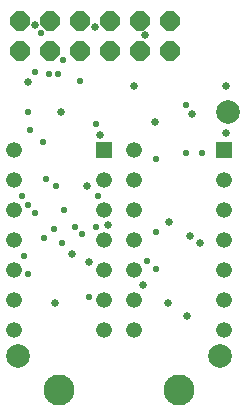
<source format=gbr>
G04 EAGLE Gerber RS-274X export*
G75*
%MOMM*%
%FSLAX34Y34*%
%LPD*%
%INSoldermask Bottom*%
%IPPOS*%
%AMOC8*
5,1,8,0,0,1.08239X$1,22.5*%
G01*
%ADD10C,2.627000*%
%ADD11R,1.327000X1.327000*%
%ADD12C,1.327000*%
%ADD13P,1.787026X8X22.500000*%
%ADD14C,2.000000*%
%ADD15C,0.584200*%
%ADD16C,0.652000*%


D10*
X50800Y12700D03*
X152400Y12700D03*
D11*
X190500Y215900D03*
D12*
X190500Y190500D03*
X190500Y165100D03*
X190500Y139700D03*
X190500Y114300D03*
X190500Y88900D03*
X190500Y63500D03*
X114300Y63500D03*
X114300Y88900D03*
X114300Y114300D03*
X114300Y139700D03*
X114300Y165100D03*
X114300Y190500D03*
X114300Y215900D03*
D11*
X88900Y215900D03*
D12*
X88900Y190500D03*
X88900Y165100D03*
X88900Y139700D03*
X88900Y114300D03*
X88900Y88900D03*
X88900Y63500D03*
X12700Y63500D03*
X12700Y88900D03*
X12700Y114300D03*
X12700Y139700D03*
X12700Y165100D03*
X12700Y190500D03*
X12700Y215900D03*
D13*
X17780Y299720D03*
X17780Y325120D03*
X43180Y299720D03*
X43180Y325120D03*
X68580Y299720D03*
X68580Y325120D03*
X93980Y299720D03*
X93980Y325120D03*
X119380Y299720D03*
X119380Y325120D03*
X144780Y299720D03*
X144780Y325120D03*
D14*
X15875Y41275D03*
X187325Y41275D03*
X193675Y247650D03*
D15*
X37211Y221996D03*
X172212Y212852D03*
D16*
X24920Y273050D03*
X121920Y101600D03*
X143510Y86360D03*
X144145Y154305D03*
X170180Y137160D03*
X52388Y247968D03*
X131763Y239078D03*
X30480Y321310D03*
X81280Y320040D03*
X61595Y127635D03*
X74295Y184785D03*
X114300Y269875D03*
X47625Y85725D03*
X92075Y152400D03*
X76200Y120650D03*
X85725Y228600D03*
X192088Y269875D03*
X192088Y230188D03*
X163513Y246063D03*
X123825Y312738D03*
D15*
X42672Y279908D03*
X132588Y208280D03*
X50292Y279908D03*
X158496Y212852D03*
X158496Y254000D03*
X24384Y247904D03*
X70104Y144272D03*
X82296Y150368D03*
X25908Y232664D03*
D16*
X159385Y75057D03*
X161925Y142875D03*
D15*
X54483Y292100D03*
X35433Y314452D03*
X124968Y121412D03*
X19304Y176848D03*
X39497Y191389D03*
X64008Y150368D03*
X53340Y136525D03*
X24384Y168656D03*
X24384Y110744D03*
X48705Y185357D03*
X55055Y165164D03*
X46419Y148273D03*
X76200Y90932D03*
X30480Y162560D03*
X82296Y237236D03*
X83820Y176276D03*
X68580Y273812D03*
X21336Y125476D03*
X38481Y141351D03*
X132588Y115062D03*
X132588Y146114D03*
X30480Y281432D03*
M02*

</source>
